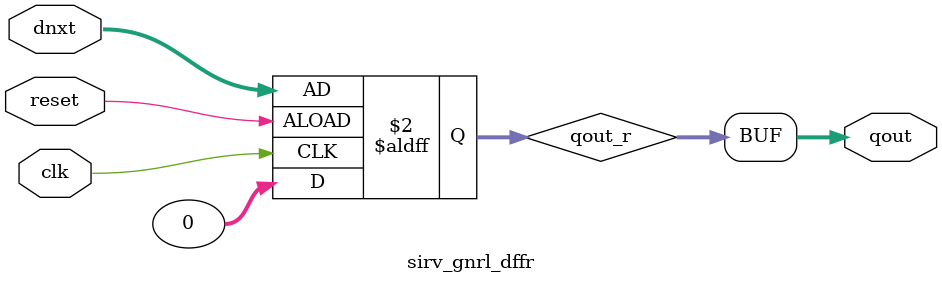
<source format=v>
module sirv_gnrl_dfflrs # (
  parameter DW = 32
) (

  input               lden, 
  input      [DW-1:0] dnxt,
  output     [DW-1:0] qout,

  input               clk,
  input               reset
);

reg [DW-1:0] qout_r;

always @(posedge clk or negedge reset)
begin : DFFLRS_PROC
  if (reset)
    qout_r <= {DW{1'b1}};
  else if (lden == 1'b1)
    qout_r <= #1 dnxt;
end

assign qout = qout_r;
    
endmodule

// ===========================================================================
//
// Description:
//  Verilog module sirv_gnrl DFF with Load-enable and Reset
//  Default reset value is 0
//
// ===========================================================================
module sirv_gnrl_dfflr # (
  parameter DW = 32
) (

  input               lden, 
  input      [DW-1:0] dnxt,
  output     [DW-1:0] qout,

  input               clk,
  input               reset
);

reg [DW-1:0] qout_r;

always @(posedge clk or negedge reset)
begin : DFFLR_PROC
  if (reset)
    qout_r <= {DW{1'b0}};
  else if (lden == 1'b1)
    qout_r <= #1 dnxt;
end

assign qout = qout_r;
    
endmodule

// ===========================================================================
//
// Description:
//  Verilog module sirv_gnrl DFF with Load-enable and Reset
//  reset value is set by caller
//
// ===========================================================================
module sirv_gnrl_dfflrsv # (
  parameter DW = 32
) (
  input      [DW-1:0] rsv,
  input               lden, 
  input      [DW-1:0] dnxt,
  output     [DW-1:0] qout,

  input               clk,
  input               reset
);

reg [DW-1:0] qout_r;

always @(posedge clk or negedge reset)
begin : DFFLR_PROC
  if (reset)
    qout_r <= rsv;
  else if (lden == 1'b1)
    qout_r <= #1 dnxt;
end

assign qout = qout_r;
    
endmodule

// ===========================================================================
//
// Description:
//  Verilog module sirv_gnrl DFF with Load-enable, no reset 
//
// ===========================================================================
module sirv_gnrl_dffl # (
  parameter DW = 32
) (

  input               lden, 
  input      [DW-1:0] dnxt,
  output     [DW-1:0] qout,

  input               clk 
);

reg [DW-1:0] qout_r;

always @(posedge clk)
begin : DFFL_PROC
  if (lden == 1'b1)
    qout_r <= #1 dnxt;
end

assign qout = qout_r;
    
endmodule

// ===========================================================================
//
// Description:
//  Verilog module sirv_gnrl DFF with Reset, no load-enable
//  Default reset value is 1
//
// ===========================================================================
module sirv_gnrl_dffrs # (
  parameter DW = 32
) (

  input      [DW-1:0] dnxt,
  output     [DW-1:0] qout,

  input               clk,
  input               reset
);

reg [DW-1:0] qout_r;

always @(posedge clk or negedge reset)
begin : DFFRS_PROC
  if (reset)
    qout_r <= {DW{1'b1}};
  else                  
    qout_r <= #1 dnxt;
end

assign qout = qout_r;

endmodule

// ===========================================================================
//
// Description:
//  Verilog module sirv_gnrl DFF with Reset, no load-enable
//  Default reset value is 0
//
// ===========================================================================
module sirv_gnrl_dffr # (
  parameter DW = 32
) (

  input      [DW-1:0] dnxt,
  output     [DW-1:0] qout,

  input               clk,
  input               reset
);

reg [DW-1:0] qout_r;

always @(posedge clk or negedge reset)
begin : DFFR_PROC
  if (reset)
    qout_r <= {DW{1'b0}};
  else                  
    qout_r <= #1 dnxt;
end

assign qout = qout_r;

endmodule

</source>
